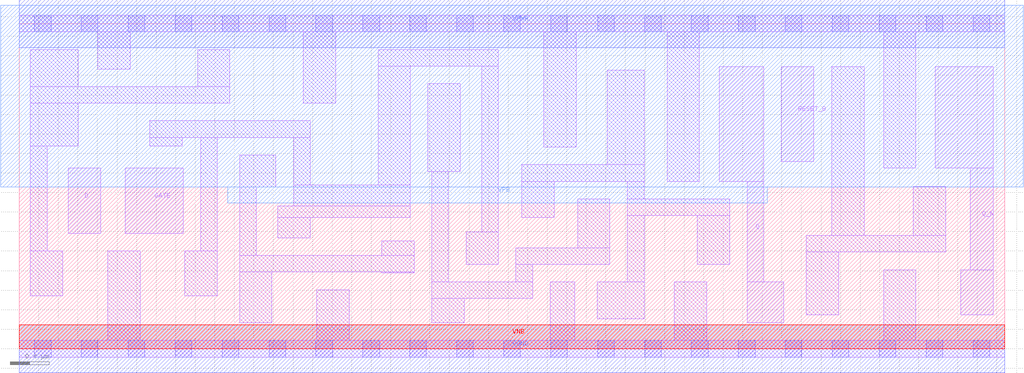
<source format=lef>
# Copyright 2020 The SkyWater PDK Authors
#
# Licensed under the Apache License, Version 2.0 (the "License");
# you may not use this file except in compliance with the License.
# You may obtain a copy of the License at
#
#     https://www.apache.org/licenses/LICENSE-2.0
#
# Unless required by applicable law or agreed to in writing, software
# distributed under the License is distributed on an "AS IS" BASIS,
# WITHOUT WARRANTIES OR CONDITIONS OF ANY KIND, either express or implied.
# See the License for the specific language governing permissions and
# limitations under the License.
#
# SPDX-License-Identifier: Apache-2.0

VERSION 5.7 ;
  NOWIREEXTENSIONATPIN ON ;
  DIVIDERCHAR "/" ;
  BUSBITCHARS "[]" ;
MACRO sky130_fd_sc_lp__dlrbp_lp
  CLASS CORE ;
  FOREIGN sky130_fd_sc_lp__dlrbp_lp ;
  ORIGIN  0.000000  0.000000 ;
  SIZE  10.08000 BY  3.330000 ;
  SYMMETRY X Y R90 ;
  SITE unit ;
  PIN D
    ANTENNAGATEAREA  0.376000 ;
    DIRECTION INPUT ;
    USE SIGNAL ;
    PORT
      LAYER li1 ;
        RECT 0.500000 1.180000 0.835000 1.850000 ;
    END
  END D
  PIN Q
    ANTENNADIFFAREA  0.404700 ;
    DIRECTION OUTPUT ;
    USE SIGNAL ;
    PORT
      LAYER li1 ;
        RECT 7.160000 1.715000 7.615000 2.890000 ;
        RECT 7.445000 0.265000 7.820000 0.685000 ;
        RECT 7.445000 0.685000 7.615000 1.715000 ;
    END
  END Q
  PIN Q_N
    ANTENNADIFFAREA  0.404700 ;
    DIRECTION OUTPUT ;
    USE SIGNAL ;
    PORT
      LAYER li1 ;
        RECT 9.370000 1.850000 9.960000 2.890000 ;
        RECT 9.630000 0.350000 9.960000 0.810000 ;
        RECT 9.725000 0.810000 9.960000 1.850000 ;
    END
  END Q_N
  PIN RESET_B
    ANTENNAGATEAREA  0.313000 ;
    DIRECTION INPUT ;
    USE SIGNAL ;
    PORT
      LAYER li1 ;
        RECT 7.795000 1.920000 8.125000 2.890000 ;
    END
  END RESET_B
  PIN GATE
    ANTENNAGATEAREA  0.376000 ;
    DIRECTION INPUT ;
    USE CLOCK ;
    PORT
      LAYER li1 ;
        RECT 1.085000 1.180000 1.675000 1.850000 ;
    END
  END GATE
  PIN VGND
    DIRECTION INOUT ;
    USE GROUND ;
    PORT
      LAYER met1 ;
        RECT 0.000000 -0.245000 10.080000 0.245000 ;
    END
  END VGND
  PIN VNB
    DIRECTION INOUT ;
    USE GROUND ;
    PORT
      LAYER pwell ;
        RECT 0.000000 0.000000 10.080000 0.245000 ;
    END
  END VNB
  PIN VPB
    DIRECTION INOUT ;
    USE POWER ;
    PORT
      LAYER nwell ;
        RECT -0.190000 1.655000 10.270000 3.520000 ;
        RECT  2.135000 1.495000  7.650000 1.655000 ;
    END
  END VPB
  PIN VPWR
    DIRECTION INOUT ;
    USE POWER ;
    PORT
      LAYER met1 ;
        RECT 0.000000 3.085000 10.080000 3.575000 ;
    END
  END VPWR
  OBS
    LAYER li1 ;
      RECT 0.000000 -0.085000 10.080000 0.085000 ;
      RECT 0.000000  3.245000 10.080000 3.415000 ;
      RECT 0.115000  0.540000  0.445000 1.000000 ;
      RECT 0.115000  1.000000  0.285000 2.075000 ;
      RECT 0.115000  2.075000  0.605000 2.515000 ;
      RECT 0.115000  2.515000  2.155000 2.685000 ;
      RECT 0.115000  2.685000  0.605000 3.065000 ;
      RECT 0.805000  2.865000  1.135000 3.245000 ;
      RECT 0.905000  0.085000  1.235000 1.000000 ;
      RECT 1.335000  2.075000  1.665000 2.165000 ;
      RECT 1.335000  2.165000  2.975000 2.335000 ;
      RECT 1.695000  0.540000  2.025000 1.000000 ;
      RECT 1.825000  2.685000  2.155000 3.065000 ;
      RECT 1.855000  1.000000  2.025000 2.165000 ;
      RECT 2.255000  0.265000  2.585000 0.785000 ;
      RECT 2.255000  0.785000  4.040000 0.955000 ;
      RECT 2.255000  0.955000  2.425000 1.655000 ;
      RECT 2.255000  1.655000  2.625000 1.985000 ;
      RECT 2.645000  1.135000  2.975000 1.345000 ;
      RECT 2.645000  1.345000  4.000000 1.465000 ;
      RECT 2.805000  1.465000  4.000000 1.675000 ;
      RECT 2.805000  1.675000  2.975000 2.165000 ;
      RECT 2.905000  2.515000  3.235000 3.245000 ;
      RECT 3.045000  0.085000  3.375000 0.605000 ;
      RECT 3.670000  1.675000  4.000000 2.895000 ;
      RECT 3.670000  2.895000  4.900000 3.065000 ;
      RECT 3.710000  0.775000  4.040000 0.785000 ;
      RECT 3.710000  0.955000  4.040000 1.105000 ;
      RECT 4.180000  1.815000  4.510000 2.715000 ;
      RECT 4.220000  0.265000  4.550000 0.515000 ;
      RECT 4.220000  0.515000  5.250000 0.685000 ;
      RECT 4.220000  0.685000  4.390000 1.815000 ;
      RECT 4.570000  0.865000  4.900000 1.195000 ;
      RECT 4.730000  1.195000  4.900000 2.895000 ;
      RECT 5.080000  0.685000  5.250000 0.865000 ;
      RECT 5.080000  0.865000  6.040000 1.035000 ;
      RECT 5.140000  1.345000  5.470000 1.715000 ;
      RECT 5.140000  1.715000  6.390000 1.885000 ;
      RECT 5.365000  2.065000  5.695000 3.245000 ;
      RECT 5.430000  0.085000  5.680000 0.685000 ;
      RECT 5.710000  1.035000  6.040000 1.535000 ;
      RECT 5.910000  0.305000  6.390000 0.685000 ;
      RECT 6.015000  1.885000  6.390000 2.855000 ;
      RECT 6.220000  0.685000  6.390000 1.365000 ;
      RECT 6.220000  1.365000  7.265000 1.535000 ;
      RECT 6.220000  1.535000  6.390000 1.715000 ;
      RECT 6.625000  1.715000  6.955000 3.245000 ;
      RECT 6.700000  0.085000  7.030000 0.685000 ;
      RECT 6.935000  0.865000  7.265000 1.365000 ;
      RECT 8.050000  0.350000  8.380000 0.990000 ;
      RECT 8.050000  0.990000  9.475000 1.160000 ;
      RECT 8.310000  1.160000  8.640000 2.890000 ;
      RECT 8.840000  0.085000  9.170000 0.810000 ;
      RECT 8.840000  1.850000  9.170000 3.245000 ;
      RECT 9.145000  1.160000  9.475000 1.660000 ;
    LAYER mcon ;
      RECT 0.155000 -0.085000 0.325000 0.085000 ;
      RECT 0.155000  3.245000 0.325000 3.415000 ;
      RECT 0.635000 -0.085000 0.805000 0.085000 ;
      RECT 0.635000  3.245000 0.805000 3.415000 ;
      RECT 1.115000 -0.085000 1.285000 0.085000 ;
      RECT 1.115000  3.245000 1.285000 3.415000 ;
      RECT 1.595000 -0.085000 1.765000 0.085000 ;
      RECT 1.595000  3.245000 1.765000 3.415000 ;
      RECT 2.075000 -0.085000 2.245000 0.085000 ;
      RECT 2.075000  3.245000 2.245000 3.415000 ;
      RECT 2.555000 -0.085000 2.725000 0.085000 ;
      RECT 2.555000  3.245000 2.725000 3.415000 ;
      RECT 3.035000 -0.085000 3.205000 0.085000 ;
      RECT 3.035000  3.245000 3.205000 3.415000 ;
      RECT 3.515000 -0.085000 3.685000 0.085000 ;
      RECT 3.515000  3.245000 3.685000 3.415000 ;
      RECT 3.995000 -0.085000 4.165000 0.085000 ;
      RECT 3.995000  3.245000 4.165000 3.415000 ;
      RECT 4.475000 -0.085000 4.645000 0.085000 ;
      RECT 4.475000  3.245000 4.645000 3.415000 ;
      RECT 4.955000 -0.085000 5.125000 0.085000 ;
      RECT 4.955000  3.245000 5.125000 3.415000 ;
      RECT 5.435000 -0.085000 5.605000 0.085000 ;
      RECT 5.435000  3.245000 5.605000 3.415000 ;
      RECT 5.915000 -0.085000 6.085000 0.085000 ;
      RECT 5.915000  3.245000 6.085000 3.415000 ;
      RECT 6.395000 -0.085000 6.565000 0.085000 ;
      RECT 6.395000  3.245000 6.565000 3.415000 ;
      RECT 6.875000 -0.085000 7.045000 0.085000 ;
      RECT 6.875000  3.245000 7.045000 3.415000 ;
      RECT 7.355000 -0.085000 7.525000 0.085000 ;
      RECT 7.355000  3.245000 7.525000 3.415000 ;
      RECT 7.835000 -0.085000 8.005000 0.085000 ;
      RECT 7.835000  3.245000 8.005000 3.415000 ;
      RECT 8.315000 -0.085000 8.485000 0.085000 ;
      RECT 8.315000  3.245000 8.485000 3.415000 ;
      RECT 8.795000 -0.085000 8.965000 0.085000 ;
      RECT 8.795000  3.245000 8.965000 3.415000 ;
      RECT 9.275000 -0.085000 9.445000 0.085000 ;
      RECT 9.275000  3.245000 9.445000 3.415000 ;
      RECT 9.755000 -0.085000 9.925000 0.085000 ;
      RECT 9.755000  3.245000 9.925000 3.415000 ;
  END
END sky130_fd_sc_lp__dlrbp_lp
END LIBRARY

</source>
